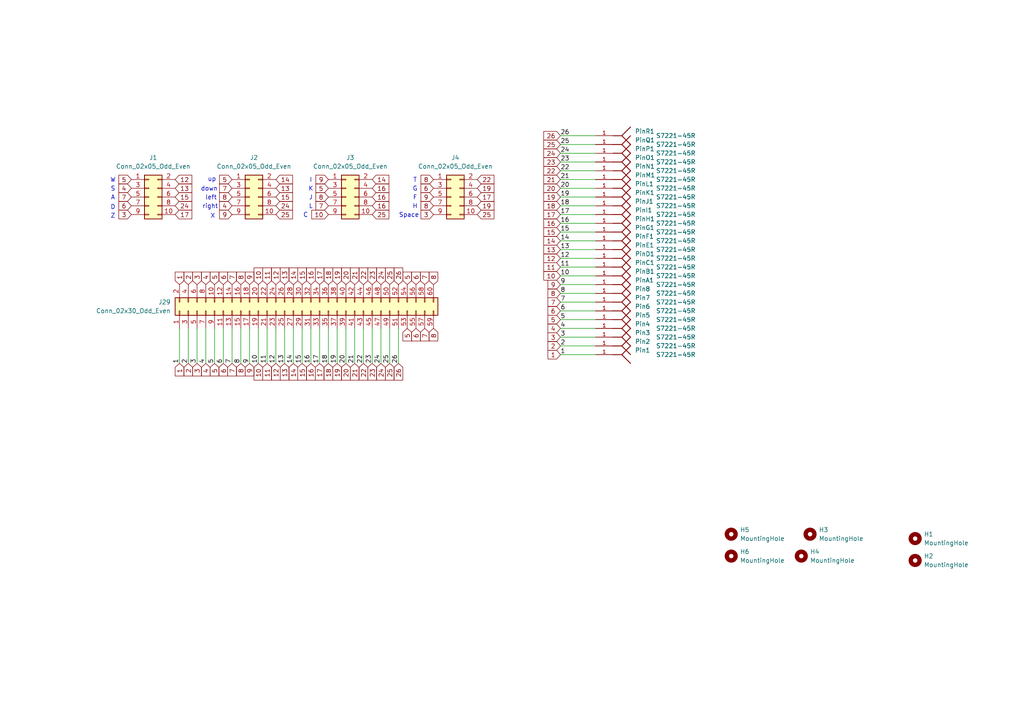
<source format=kicad_sch>
(kicad_sch (version 20231120) (generator "eeschema") (generator_version "8.0")
  (paper "A4")
  (lib_symbols
    (symbol "Connector_Generic:Conn_02x05_Odd_Even" (pin_names (offset 1.016) hide)
      (property "Reference" "J" (at 1.27 7.62 0))
      (property "Value" "Conn_02x05_Odd_Even" (at 1.27 -7.62 0))
      (symbol "Conn_02x05_Odd_Even_1_1"
        (rectangle (start -1.27 -4.953) (end 0 -5.207) (stroke (width 0.1524)))
        (rectangle (start -1.27 -2.413) (end 0 -2.667) (stroke (width 0.1524)))
        (rectangle (start -1.27 0.127) (end 0 -0.127) (stroke (width 0.1524)))
        (rectangle (start -1.27 2.667) (end 0 2.413) (stroke (width 0.1524)))
        (rectangle (start -1.27 5.207) (end 0 4.953) (stroke (width 0.1524)))
        (rectangle (start -1.27 6.35) (end 3.81 -6.35) (stroke (width 0.254)) (fill (type background)))
        (rectangle (start 3.81 -4.953) (end 2.54 -5.207) (stroke (width 0.1524)))
        (rectangle (start 3.81 -2.413) (end 2.54 -2.667) (stroke (width 0.1524)))
        (rectangle (start 3.81 0.127) (end 2.54 -0.127) (stroke (width 0.1524)))
        (rectangle (start 3.81 2.667) (end 2.54 2.413) (stroke (width 0.1524)))
        (rectangle (start 3.81 5.207) (end 2.54 4.953) (stroke (width 0.1524)))
        (pin passive line (at -5.08 5.08 0) (length 3.81) (name "Pin_1") (number "1"))
        (pin passive line (at 7.62 -5.08 180) (length 3.81) (name "Pin_10") (number "10"))
        (pin passive line (at 7.62 5.08 180) (length 3.81) (name "Pin_2") (number "2"))
        (pin passive line (at -5.08 2.54 0) (length 3.81) (name "Pin_3") (number "3"))
        (pin passive line (at 7.62 2.54 180) (length 3.81) (name "Pin_4") (number "4"))
        (pin passive line (at -5.08 0 0) (length 3.81) (name "Pin_5") (number "5"))
        (pin passive line (at 7.62 0 180) (length 3.81) (name "Pin_6") (number "6"))
        (pin passive line (at -5.08 -2.54 0) (length 3.81) (name "Pin_7") (number "7"))
        (pin passive line (at 7.62 -2.54 180) (length 3.81) (name "Pin_8") (number "8"))
        (pin passive line (at -5.08 -5.08 0) (length 3.81) (name "Pin_9") (number "9"))
      )
    )
    (symbol "Connector_Generic:Conn_02x30_Odd_Even" (pin_names (offset 1.016) hide)
      (property "Reference" "J" (at 1.27 38.1 0))
      (property "Value" "Conn_02x30_Odd_Even" (at 1.27 -40.64 0))
      (symbol "Conn_02x30_Odd_Even_1_1"
        (rectangle (start -1.27 -37.973) (end 0 -38.227) (stroke (width 0.1524)))
        (rectangle (start -1.27 -35.433) (end 0 -35.687) (stroke (width 0.1524)))
        (rectangle (start -1.27 -32.893) (end 0 -33.147) (stroke (width 0.1524)))
        (rectangle (start -1.27 -30.353) (end 0 -30.607) (stroke (width 0.1524)))
        (rectangle (start -1.27 -27.813) (end 0 -28.067) (stroke (width 0.1524)))
        (rectangle (start -1.27 -25.273) (end 0 -25.527) (stroke (width 0.1524)))
        (rectangle (start -1.27 -22.733) (end 0 -22.987) (stroke (width 0.1524)))
        (rectangle (start -1.27 -20.193) (end 0 -20.447) (stroke (width 0.1524)))
        (rectangle (start -1.27 -17.653) (end 0 -17.907) (stroke (width 0.1524)))
        (rectangle (start -1.27 -15.113) (end 0 -15.367) (stroke (width 0.1524)))
        (rectangle (start -1.27 -12.573) (end 0 -12.827) (stroke (width 0.1524)))
        (rectangle (start -1.27 -10.033) (end 0 -10.287) (stroke (width 0.1524)))
        (rectangle (start -1.27 -7.493) (end 0 -7.747) (stroke (width 0.1524)))
        (rectangle (start -1.27 -4.953) (end 0 -5.207) (stroke (width 0.1524)))
        (rectangle (start -1.27 -2.413) (end 0 -2.667) (stroke (width 0.1524)))
        (rectangle (start -1.27 0.127) (end 0 -0.127) (stroke (width 0.1524)))
        (rectangle (start -1.27 2.667) (end 0 2.413) (stroke (width 0.1524)))
        (rectangle (start -1.27 5.207) (end 0 4.953) (stroke (width 0.1524)))
        (rectangle (start -1.27 7.747) (end 0 7.493) (stroke (width 0.1524)))
        (rectangle (start -1.27 10.287) (end 0 10.033) (stroke (width 0.1524)))
        (rectangle (start -1.27 12.827) (end 0 12.573) (stroke (width 0.1524)))
        (rectangle (start -1.27 15.367) (end 0 15.113) (stroke (width 0.1524)))
        (rectangle (start -1.27 17.907) (end 0 17.653) (stroke (width 0.1524)))
        (rectangle (start -1.27 20.447) (end 0 20.193) (stroke (width 0.1524)))
        (rectangle (start -1.27 22.987) (end 0 22.733) (stroke (width 0.1524)))
        (rectangle (start -1.27 25.527) (end 0 25.273) (stroke (width 0.1524)))
        (rectangle (start -1.27 28.067) (end 0 27.813) (stroke (width 0.1524)))
        (rectangle (start -1.27 30.607) (end 0 30.353) (stroke (width 0.1524)))
        (rectangle (start -1.27 33.147) (end 0 32.893) (stroke (width 0.1524)))
        (rectangle (start -1.27 35.687) (end 0 35.433) (stroke (width 0.1524)))
        (rectangle (start -1.27 36.83) (end 3.81 -39.37) (stroke (width 0.254)) (fill (type background)))
        (rectangle (start 3.81 -37.973) (end 2.54 -38.227) (stroke (width 0.1524)))
        (rectangle (start 3.81 -35.433) (end 2.54 -35.687) (stroke (width 0.1524)))
        (rectangle (start 3.81 -32.893) (end 2.54 -33.147) (stroke (width 0.1524)))
        (rectangle (start 3.81 -30.353) (end 2.54 -30.607) (stroke (width 0.1524)))
        (rectangle (start 3.81 -27.813) (end 2.54 -28.067) (stroke (width 0.1524)))
        (rectangle (start 3.81 -25.273) (end 2.54 -25.527) (stroke (width 0.1524)))
        (rectangle (start 3.81 -22.733) (end 2.54 -22.987) (stroke (width 0.1524)))
        (rectangle (start 3.81 -20.193) (end 2.54 -20.447) (stroke (width 0.1524)))
        (rectangle (start 3.81 -17.653) (end 2.54 -17.907) (stroke (width 0.1524)))
        (rectangle (start 3.81 -15.113) (end 2.54 -15.367) (stroke (width 0.1524)))
        (rectangle (start 3.81 -12.573) (end 2.54 -12.827) (stroke (width 0.1524)))
        (rectangle (start 3.81 -10.033) (end 2.54 -10.287) (stroke (width 0.1524)))
        (rectangle (start 3.81 -7.493) (end 2.54 -7.747) (stroke (width 0.1524)))
        (rectangle (start 3.81 -4.953) (end 2.54 -5.207) (stroke (width 0.1524)))
        (rectangle (start 3.81 -2.413) (end 2.54 -2.667) (stroke (width 0.1524)))
        (rectangle (start 3.81 0.127) (end 2.54 -0.127) (stroke (width 0.1524)))
        (rectangle (start 3.81 2.667) (end 2.54 2.413) (stroke (width 0.1524)))
        (rectangle (start 3.81 5.207) (end 2.54 4.953) (stroke (width 0.1524)))
        (rectangle (start 3.81 7.747) (end 2.54 7.493) (stroke (width 0.1524)))
        (rectangle (start 3.81 10.287) (end 2.54 10.033) (stroke (width 0.1524)))
        (rectangle (start 3.81 12.827) (end 2.54 12.573) (stroke (width 0.1524)))
        (rectangle (start 3.81 15.367) (end 2.54 15.113) (stroke (width 0.1524)))
        (rectangle (start 3.81 17.907) (end 2.54 17.653) (stroke (width 0.1524)))
        (rectangle (start 3.81 20.447) (end 2.54 20.193) (stroke (width 0.1524)))
        (rectangle (start 3.81 22.987) (end 2.54 22.733) (stroke (width 0.1524)))
        (rectangle (start 3.81 25.527) (end 2.54 25.273) (stroke (width 0.1524)))
        (rectangle (start 3.81 28.067) (end 2.54 27.813) (stroke (width 0.1524)))
        (rectangle (start 3.81 30.607) (end 2.54 30.353) (stroke (width 0.1524)))
        (rectangle (start 3.81 33.147) (end 2.54 32.893) (stroke (width 0.1524)))
        (rectangle (start 3.81 35.687) (end 2.54 35.433) (stroke (width 0.1524)))
        (pin passive line (at -5.08 35.56 0) (length 3.81) (name "Pin_1") (number "1"))
        (pin passive line (at 7.62 25.4 180) (length 3.81) (name "Pin_10") (number "10"))
        (pin passive line (at -5.08 22.86 0) (length 3.81) (name "Pin_11") (number "11"))
        (pin passive line (at 7.62 22.86 180) (length 3.81) (name "Pin_12") (number "12"))
        (pin passive line (at -5.08 20.32 0) (length 3.81) (name "Pin_13") (number "13"))
        (pin passive line (at 7.62 20.32 180) (length 3.81) (name "Pin_14") (number "14"))
        (pin passive line (at -5.08 17.78 0) (length 3.81) (name "Pin_15") (number "15"))
        (pin passive line (at 7.62 17.78 180) (length 3.81) (name "Pin_16") (number "16"))
        (pin passive line (at -5.08 15.24 0) (length 3.81) (name "Pin_17") (number "17"))
        (pin passive line (at 7.62 15.24 180) (length 3.81) (name "Pin_18") (number "18"))
        (pin passive line (at -5.08 12.7 0) (length 3.81) (name "Pin_19") (number "19"))
        (pin passive line (at 7.62 35.56 180) (length 3.81) (name "Pin_2") (number "2"))
        (pin passive line (at 7.62 12.7 180) (length 3.81) (name "Pin_20") (number "20"))
        (pin passive line (at -5.08 10.16 0) (length 3.81) (name "Pin_21") (number "21"))
        (pin passive line (at 7.62 10.16 180) (length 3.81) (name "Pin_22") (number "22"))
        (pin passive line (at -5.08 7.62 0) (length 3.81) (name "Pin_23") (number "23"))
        (pin passive line (at 7.62 7.62 180) (length 3.81) (name "Pin_24") (number "24"))
        (pin passive line (at -5.08 5.08 0) (length 3.81) (name "Pin_25") (number "25"))
        (pin passive line (at 7.62 5.08 180) (length 3.81) (name "Pin_26") (number "26"))
        (pin passive line (at -5.08 2.54 0) (length 3.81) (name "Pin_27") (number "27"))
        (pin passive line (at 7.62 2.54 180) (length 3.81) (name "Pin_28") (number "28"))
        (pin passive line (at -5.08 0 0) (length 3.81) (name "Pin_29") (number "29"))
        (pin passive line (at -5.08 33.02 0) (length 3.81) (name "Pin_3") (number "3"))
        (pin passive line (at 7.62 0 180) (length 3.81) (name "Pin_30") (number "30"))
        (pin passive line (at -5.08 -2.54 0) (length 3.81) (name "Pin_31") (number "31"))
        (pin passive line (at 7.62 -2.54 180) (length 3.81) (name "Pin_32") (number "32"))
        (pin passive line (at -5.08 -5.08 0) (length 3.81) (name "Pin_33") (number "33"))
        (pin passive line (at 7.62 -5.08 180) (length 3.81) (name "Pin_34") (number "34"))
        (pin passive line (at -5.08 -7.62 0) (length 3.81) (name "Pin_35") (number "35"))
        (pin passive line (at 7.62 -7.62 180) (length 3.81) (name "Pin_36") (number "36"))
        (pin passive line (at -5.08 -10.16 0) (length 3.81) (name "Pin_37") (number "37"))
        (pin passive line (at 7.62 -10.16 180) (length 3.81) (name "Pin_38") (number "38"))
        (pin passive line (at -5.08 -12.7 0) (length 3.81) (name "Pin_39") (number "39"))
        (pin passive line (at 7.62 33.02 180) (length 3.81) (name "Pin_4") (number "4"))
        (pin passive line (at 7.62 -12.7 180) (length 3.81) (name "Pin_40") (number "40"))
        (pin passive line (at -5.08 -15.24 0) (length 3.81) (name "Pin_41") (number "41"))
        (pin passive line (at 7.62 -15.24 180) (length 3.81) (name "Pin_42") (number "42"))
        (pin passive line (at -5.08 -17.78 0) (length 3.81) (name "Pin_43") (number "43"))
        (pin passive line (at 7.62 -17.78 180) (length 3.81) (name "Pin_44") (number "44"))
        (pin passive line (at -5.08 -20.32 0) (length 3.81) (name "Pin_45") (number "45"))
        (pin passive line (at 7.62 -20.32 180) (length 3.81) (name "Pin_46") (number "46"))
        (pin passive line (at -5.08 -22.86 0) (length 3.81) (name "Pin_47") (number "47"))
        (pin passive line (at 7.62 -22.86 180) (length 3.81) (name "Pin_48") (number "48"))
        (pin passive line (at -5.08 -25.4 0) (length 3.81) (name "Pin_49") (number "49"))
        (pin passive line (at -5.08 30.48 0) (length 3.81) (name "Pin_5") (number "5"))
        (pin passive line (at 7.62 -25.4 180) (length 3.81) (name "Pin_50") (number "50"))
        (pin passive line (at -5.08 -27.94 0) (length 3.81) (name "Pin_51") (number "51"))
        (pin passive line (at 7.62 -27.94 180) (length 3.81) (name "Pin_52") (number "52"))
        (pin passive line (at -5.08 -30.48 0) (length 3.81) (name "Pin_53") (number "53"))
        (pin passive line (at 7.62 -30.48 180) (length 3.81) (name "Pin_54") (number "54"))
        (pin passive line (at -5.08 -33.02 0) (length 3.81) (name "Pin_55") (number "55"))
        (pin passive line (at 7.62 -33.02 180) (length 3.81) (name "Pin_56") (number "56"))
        (pin passive line (at -5.08 -35.56 0) (length 3.81) (name "Pin_57") (number "57"))
        (pin passive line (at 7.62 -35.56 180) (length 3.81) (name "Pin_58") (number "58"))
        (pin passive line (at -5.08 -38.1 0) (length 3.81) (name "Pin_59") (number "59"))
        (pin passive line (at 7.62 30.48 180) (length 3.81) (name "Pin_6") (number "6"))
        (pin passive line (at 7.62 -38.1 180) (length 3.81) (name "Pin_60") (number "60"))
        (pin passive line (at -5.08 27.94 0) (length 3.81) (name "Pin_7") (number "7"))
        (pin passive line (at 7.62 27.94 180) (length 3.81) (name "Pin_8") (number "8"))
        (pin passive line (at -5.08 25.4 0) (length 3.81) (name "Pin_9") (number "9"))
      )
    )
    (symbol "Mechanical:MountingHole" (pin_names (offset 1.016)) (exclude_from_sim yes) (in_bom no)
      (property "Reference" "H" (at 0 5.08 0))
      (property "Value" "MountingHole" (at 0 3.175 0))
      (symbol "MountingHole_0_1"
        (circle (center 0 0) (radius 1.27) (stroke (width 1.27)))
      )
    )
    (symbol "S7221-45R:S7221-45R" (pin_names (offset 1.016))
      (property "Reference" "J" (at 0 2.5449 0))
      (property "Value" "S7221-45R" (at 0 -5.107 0))
      (symbol "S7221-45R_0_0"
        (polyline (pts (xy 0 0) (xy -2.54 -2.54)) (stroke (width 0.254)))
        (polyline (pts (xy 0 0) (xy -2.54 2.54)) (stroke (width 0.254)))
        (polyline (pts (xy 2.54 0) (xy 0 0)) (stroke (width 0.254)))
        (pin passive line (at 7.62 0 180) (length 5.08) (name "~") (number "1"))
      )
    )
  )
  (wire (pts (xy 162.56 59.69) (xy 172.72 59.69)))
  (wire (pts (xy 162.56 52.07) (xy 172.72 52.07)))
  (wire (pts (xy 107.95 105.41) (xy 107.95 95.25)))
  (wire (pts (xy 162.56 72.39) (xy 172.72 72.39)))
  (wire (pts (xy 57.15 105.41) (xy 57.15 95.25)))
  (wire (pts (xy 162.56 87.63) (xy 172.72 87.63)))
  (wire (pts (xy 54.61 105.41) (xy 54.61 95.25)))
  (wire (pts (xy 100.33 105.41) (xy 100.33 95.25)))
  (wire (pts (xy 67.31 105.41) (xy 67.31 95.25)))
  (wire (pts (xy 62.23 105.41) (xy 62.23 95.25)))
  (wire (pts (xy 162.56 69.85) (xy 172.72 69.85)))
  (wire (pts (xy 162.56 49.53) (xy 172.72 49.53)))
  (wire (pts (xy 113.03 105.41) (xy 113.03 95.25)))
  (wire (pts (xy 162.56 97.79) (xy 172.72 97.79)))
  (wire (pts (xy 162.56 46.99) (xy 172.72 46.99)))
  (wire (pts (xy 162.56 54.61) (xy 172.72 54.61)))
  (wire (pts (xy 105.41 105.41) (xy 105.41 95.25)))
  (wire (pts (xy 115.57 105.41) (xy 115.57 95.25)))
  (wire (pts (xy 52.07 105.41) (xy 52.07 95.25)))
  (wire (pts (xy 162.56 92.71) (xy 172.72 92.71)))
  (wire (pts (xy 162.56 95.25) (xy 172.72 95.25)))
  (wire (pts (xy 95.25 105.41) (xy 95.25 95.25)))
  (wire (pts (xy 87.63 105.41) (xy 87.63 95.25)))
  (wire (pts (xy 162.56 102.87) (xy 172.72 102.87)))
  (wire (pts (xy 162.56 57.15) (xy 172.72 57.15)))
  (wire (pts (xy 162.56 100.33) (xy 172.72 100.33)))
  (wire (pts (xy 162.56 74.93) (xy 172.72 74.93)))
  (wire (pts (xy 72.39 105.41) (xy 72.39 95.25)))
  (wire (pts (xy 162.56 44.45) (xy 172.72 44.45)))
  (wire (pts (xy 162.56 67.31) (xy 172.72 67.31)))
  (wire (pts (xy 102.87 105.41) (xy 102.87 95.25)))
  (wire (pts (xy 92.71 105.41) (xy 92.71 95.25)))
  (wire (pts (xy 80.01 105.41) (xy 80.01 95.25)))
  (wire (pts (xy 162.56 85.09) (xy 172.72 85.09)))
  (wire (pts (xy 64.77 105.41) (xy 64.77 95.25)))
  (wire (pts (xy 97.79 105.41) (xy 97.79 95.25)))
  (wire (pts (xy 110.49 105.41) (xy 110.49 95.25)))
  (wire (pts (xy 162.56 77.47) (xy 172.72 77.47)))
  (wire (pts (xy 59.69 105.41) (xy 59.69 95.25)))
  (wire (pts (xy 162.56 90.17) (xy 172.72 90.17)))
  (wire (pts (xy 162.56 41.91) (xy 172.72 41.91)))
  (wire (pts (xy 90.17 105.41) (xy 90.17 95.25)))
  (wire (pts (xy 77.47 105.41) (xy 77.47 95.25)))
  (wire (pts (xy 85.09 105.41) (xy 85.09 95.25)))
  (wire (pts (xy 162.56 82.55) (xy 172.72 82.55)))
  (wire (pts (xy 162.56 62.23) (xy 172.72 62.23)))
  (wire (pts (xy 162.56 80.01) (xy 172.72 80.01)))
  (wire (pts (xy 162.56 64.77) (xy 172.72 64.77)))
  (wire (pts (xy 162.56 39.37) (xy 172.72 39.37)))
  (wire (pts (xy 69.85 105.41) (xy 69.85 95.25)))
  (wire (pts (xy 82.55 105.41) (xy 82.55 95.25)))
  (wire (pts (xy 74.93 105.41) (xy 74.93 95.25)))
  (text "C" (at 88.646 62.484 0) (effects (font (size 1.27 1.27))))
  (text "right" (at 60.96 59.944 0) (effects (font (size 1.27 1.27))))
  (text "Z" (at 32.766 62.738 0) (effects (font (size 1.27 1.27))))
  (text "D" (at 32.766 60.198 0) (effects (font (size 1.27 1.27))))
  (text "T" (at 120.396 52.324 0) (effects (font (size 1.27 1.27))))
  (text "W" (at 32.766 52.324 0) (effects (font (size 1.27 1.27))))
  (text "G" (at 120.396 54.864 0) (effects (font (size 1.27 1.27))))
  (text "L" (at 90.17 59.944 0) (effects (font (size 1.27 1.27))))
  (text "A" (at 32.766 57.404 0) (effects (font (size 1.27 1.27))))
  (text "F" (at 120.396 57.404 0) (effects (font (size 1.27 1.27))))
  (text "down" (at 60.706 54.864 0) (effects (font (size 1.27 1.27))))
  (text "J" (at 90.17 57.404 0) (effects (font (size 1.27 1.27))))
  (text "X" (at 61.722 62.738 0) (effects (font (size 1.27 1.27))))
  (text "up" (at 61.468 52.07 0) (effects (font (size 1.27 1.27))))
  (text "left" (at 61.214 57.404 0) (effects (font (size 1.27 1.27))))
  (text "I" (at 90.17 52.324 0) (effects (font (size 1.27 1.27))))
  (text "Space" (at 118.618 62.484 0) (effects (font (size 1.27 1.27))))
  (text "S" (at 32.766 54.864 0) (effects (font (size 1.27 1.27))))
  (text "H" (at 120.396 59.944 0) (effects (font (size 1.27 1.27))))
  (text "K" (at 90.17 54.864 0) (effects (font (size 1.27 1.27))))
  (label "19" (at 162.56 57.15 0))
  (label "18" (at 95.25 105.41 90))
  (label "20" (at 162.56 54.61 0))
  (label "23" (at 107.95 105.41 90))
  (label "13" (at 162.56 72.39 0))
  (label "19" (at 97.79 105.41 90))
  (label "2" (at 54.61 105.41 90))
  (label "3" (at 57.15 105.41 90))
  (label "22" (at 162.56 49.53 0))
  (label "9" (at 72.39 105.41 90))
  (label "4" (at 162.56 95.25 0))
  (label "16" (at 162.56 64.77 0))
  (label "24" (at 110.49 105.41 90))
  (label "7" (at 67.31 105.41 90))
  (label "4" (at 59.69 105.41 90))
  (label "11" (at 162.56 77.47 0))
  (label "14" (at 162.56 69.85 0))
  (label "6" (at 64.77 105.41 90))
  (label "12" (at 162.56 74.93 0))
  (label "6" (at 162.56 90.17 0))
  (label "8" (at 162.56 85.09 0))
  (label "1" (at 162.56 102.87 0))
  (label "12" (at 80.01 105.41 90))
  (label "20" (at 100.33 105.41 90))
  (label "14" (at 85.09 105.41 90))
  (label "1" (at 52.07 105.41 90))
  (label "26" (at 115.57 105.41 90))
  (label "24" (at 162.56 44.45 0))
  (label "8" (at 69.85 105.41 90))
  (label "23" (at 162.56 46.99 0))
  (label "26" (at 162.56 39.37 0))
  (label "17" (at 92.71 105.41 90))
  (label "17" (at 162.56 62.23 0))
  (label "21" (at 102.87 105.41 90))
  (label "5" (at 62.23 105.41 90))
  (label "13" (at 82.55 105.41 90))
  (label "10" (at 74.93 105.41 90))
  (label "16" (at 90.17 105.41 90))
  (label "3" (at 162.56 97.79 0))
  (label "25" (at 162.56 41.91 0))
  (label "7" (at 162.56 87.63 0))
  (label "10" (at 162.56 80.01 0))
  (label "21" (at 162.56 52.07 0))
  (label "11" (at 77.47 105.41 90))
  (label "15" (at 87.63 105.41 90))
  (label "9" (at 162.56 82.55 0))
  (label "5" (at 162.56 92.71 0))
  (label "2" (at 162.56 100.33 0))
  (label "15" (at 162.56 67.31 0))
  (label "25" (at 113.03 105.41 90))
  (label "18" (at 162.56 59.69 0))
  (label "22" (at 105.41 105.41 90))
  (global_label "22" (shape input) (at 105.41 82.55 90) (property "Intersheetrefs" "${INTERSHEET_REFS}" (effects (hide yes))))
  (global_label "10" (shape input) (at 74.93 105.41 270) (property "Intersheetrefs" "${INTERSHEET_REFS}" (effects (hide yes))))
  (global_label "19" (shape input) (at 138.43 59.69 0) (property "Intersheetrefs" "${INTERSHEET_REFS}" (effects (hide yes))))
  (global_label "12" (shape input) (at 80.01 105.41 270) (property "Intersheetrefs" "${INTERSHEET_REFS}" (effects (hide yes))))
  (global_label "23" (shape input) (at 162.56 46.99 180) (property "Intersheetrefs" "${INTERSHEET_REFS}" (effects (hide yes))))
  (global_label "1" (shape input) (at 52.07 82.55 90) (property "Intersheetrefs" "${INTERSHEET_REFS}" (effects (hide yes))))
  (global_label "20" (shape input) (at 100.33 82.55 90) (property "Intersheetrefs" "${INTERSHEET_REFS}" (effects (hide yes))))
  (global_label "24" (shape input) (at 80.01 59.69 0) (property "Intersheetrefs" "${INTERSHEET_REFS}" (effects (hide yes))))
  (global_label "8" (shape input) (at 69.85 105.41 270) (property "Intersheetrefs" "${INTERSHEET_REFS}" (effects (hide yes))))
  (global_label "6" (shape input) (at 120.65 82.55 90) (property "Intersheetrefs" "${INTERSHEET_REFS}" (effects (hide yes))))
  (global_label "16" (shape input) (at 107.95 59.69 0) (property "Intersheetrefs" "${INTERSHEET_REFS}" (effects (hide yes))))
  (global_label "9" (shape input) (at 125.73 57.15 180) (property "Intersheetrefs" "${INTERSHEET_REFS}" (effects (hide yes))))
  (global_label "15" (shape input) (at 80.01 57.15 0) (property "Intersheetrefs" "${INTERSHEET_REFS}" (effects (hide yes))))
  (global_label "17" (shape input) (at 162.56 62.23 180) (property "Intersheetrefs" "${INTERSHEET_REFS}" (effects (hide yes))))
  (global_label "3" (shape input) (at 125.73 62.23 180) (property "Intersheetrefs" "${INTERSHEET_REFS}" (effects (hide yes))))
  (global_label "5" (shape input) (at 95.25 54.61 180) (property "Intersheetrefs" "${INTERSHEET_REFS}" (effects (hide yes))))
  (global_label "18" (shape input) (at 162.56 59.69 180) (property "Intersheetrefs" "${INTERSHEET_REFS}" (effects (hide yes))))
  (global_label "24" (shape input) (at 162.56 44.45 180) (property "Intersheetrefs" "${INTERSHEET_REFS}" (effects (hide yes))))
  (global_label "5" (shape input) (at 38.1 52.07 180) (property "Intersheetrefs" "${INTERSHEET_REFS}" (effects (hide yes))))
  (global_label "8" (shape input) (at 125.73 52.07 180) (property "Intersheetrefs" "${INTERSHEET_REFS}" (effects (hide yes))))
  (global_label "19" (shape input) (at 138.43 54.61 0) (property "Intersheetrefs" "${INTERSHEET_REFS}" (effects (hide yes))))
  (global_label "14" (shape input) (at 85.09 105.41 270) (property "Intersheetrefs" "${INTERSHEET_REFS}" (effects (hide yes))))
  (global_label "5" (shape input) (at 67.31 52.07 180) (property "Intersheetrefs" "${INTERSHEET_REFS}" (effects (hide yes))))
  (global_label "8" (shape input) (at 125.73 82.55 90) (property "Intersheetrefs" "${INTERSHEET_REFS}" (effects (hide yes))))
  (global_label "21" (shape input) (at 102.87 82.55 90) (property "Intersheetrefs" "${INTERSHEET_REFS}" (effects (hide yes))))
  (global_label "8" (shape input) (at 125.73 95.25 270) (property "Intersheetrefs" "${INTERSHEET_REFS}" (effects (hide yes))))
  (global_label "14" (shape input) (at 107.95 52.07 0) (property "Intersheetrefs" "${INTERSHEET_REFS}" (effects (hide yes))))
  (global_label "5" (shape input) (at 162.56 92.71 180) (property "Intersheetrefs" "${INTERSHEET_REFS}" (effects (hide yes))))
  (global_label "20" (shape input) (at 100.33 105.41 270) (property "Intersheetrefs" "${INTERSHEET_REFS}" (effects (hide yes))))
  (global_label "3" (shape input) (at 57.15 105.41 270) (property "Intersheetrefs" "${INTERSHEET_REFS}" (effects (hide yes))))
  (global_label "18" (shape input) (at 95.25 82.55 90) (property "Intersheetrefs" "${INTERSHEET_REFS}" (effects (hide yes))))
  (global_label "16" (shape input) (at 162.56 64.77 180) (property "Intersheetrefs" "${INTERSHEET_REFS}" (effects (hide yes))))
  (global_label "17" (shape input) (at 138.43 57.15 0) (property "Intersheetrefs" "${INTERSHEET_REFS}" (effects (hide yes))))
  (global_label "25" (shape input) (at 113.03 82.55 90) (property "Intersheetrefs" "${INTERSHEET_REFS}" (effects (hide yes))))
  (global_label "10" (shape input) (at 74.93 82.55 90) (property "Intersheetrefs" "${INTERSHEET_REFS}" (effects (hide yes))))
  (global_label "24" (shape input) (at 110.49 105.41 270) (property "Intersheetrefs" "${INTERSHEET_REFS}" (effects (hide yes))))
  (global_label "3" (shape input) (at 57.15 82.55 90) (property "Intersheetrefs" "${INTERSHEET_REFS}" (effects (hide yes))))
  (global_label "7" (shape input) (at 67.31 105.41 270) (property "Intersheetrefs" "${INTERSHEET_REFS}" (effects (hide yes))))
  (global_label "15" (shape input) (at 50.8 57.15 0) (property "Intersheetrefs" "${INTERSHEET_REFS}" (effects (hide yes))))
  (global_label "23" (shape input) (at 107.95 105.41 270) (property "Intersheetrefs" "${INTERSHEET_REFS}" (effects (hide yes))))
  (global_label "13" (shape input) (at 80.01 54.61 0) (property "Intersheetrefs" "${INTERSHEET_REFS}" (effects (hide yes))))
  (global_label "15" (shape input) (at 87.63 105.41 270) (property "Intersheetrefs" "${INTERSHEET_REFS}" (effects (hide yes))))
  (global_label "4" (shape input) (at 67.31 59.69 180) (property "Intersheetrefs" "${INTERSHEET_REFS}" (effects (hide yes))))
  (global_label "13" (shape input) (at 82.55 82.55 90) (property "Intersheetrefs" "${INTERSHEET_REFS}" (effects (hide yes))))
  (global_label "6" (shape input) (at 125.73 54.61 180) (property "Intersheetrefs" "${INTERSHEET_REFS}" (effects (hide yes))))
  (global_label "7" (shape input) (at 123.19 95.25 270) (property "Intersheetrefs" "${INTERSHEET_REFS}" (effects (hide yes))))
  (global_label "5" (shape input) (at 118.11 82.55 90) (property "Intersheetrefs" "${INTERSHEET_REFS}" (effects (hide yes))))
  (global_label "2" (shape input) (at 54.61 105.41 270) (property "Intersheetrefs" "${INTERSHEET_REFS}" (effects (hide yes))))
  (global_label "9" (shape input) (at 72.39 105.41 270) (property "Intersheetrefs" "${INTERSHEET_REFS}" (effects (hide yes))))
  (global_label "8" (shape input) (at 69.85 82.55 90) (property "Intersheetrefs" "${INTERSHEET_REFS}" (effects (hide yes))))
  (global_label "26" (shape input) (at 115.57 82.55 90) (property "Intersheetrefs" "${INTERSHEET_REFS}" (effects (hide yes))))
  (global_label "21" (shape input) (at 102.87 105.41 270) (property "Intersheetrefs" "${INTERSHEET_REFS}" (effects (hide yes))))
  (global_label "14" (shape input) (at 85.09 82.55 90) (property "Intersheetrefs" "${INTERSHEET_REFS}" (effects (hide yes))))
  (global_label "19" (shape input) (at 97.79 105.41 270) (property "Intersheetrefs" "${INTERSHEET_REFS}" (effects (hide yes))))
  (global_label "7" (shape input) (at 123.19 82.55 90) (property "Intersheetrefs" "${INTERSHEET_REFS}" (effects (hide yes))))
  (global_label "14" (shape input) (at 80.01 52.07 0) (property "Intersheetrefs" "${INTERSHEET_REFS}" (effects (hide yes))))
  (global_label "8" (shape input) (at 67.31 57.15 180) (property "Intersheetrefs" "${INTERSHEET_REFS}" (effects (hide yes))))
  (global_label "8" (shape input) (at 162.56 85.09 180) (property "Intersheetrefs" "${INTERSHEET_REFS}" (effects (hide yes))))
  (global_label "6" (shape input) (at 38.1 59.69 180) (property "Intersheetrefs" "${INTERSHEET_REFS}" (effects (hide yes))))
  (global_label "4" (shape input) (at 59.69 82.55 90) (property "Intersheetrefs" "${INTERSHEET_REFS}" (effects (hide yes))))
  (global_label "19" (shape input) (at 162.56 57.15 180) (property "Intersheetrefs" "${INTERSHEET_REFS}" (effects (hide yes))))
  (global_label "14" (shape input) (at 162.56 69.85 180) (property "Intersheetrefs" "${INTERSHEET_REFS}" (effects (hide yes))))
  (global_label "22" (shape input) (at 162.56 49.53 180) (property "Intersheetrefs" "${INTERSHEET_REFS}" (effects (hide yes))))
  (global_label "22" (shape input) (at 105.41 105.41 270) (property "Intersheetrefs" "${INTERSHEET_REFS}" (effects (hide yes))))
  (global_label "21" (shape input) (at 162.56 52.07 180) (property "Intersheetrefs" "${INTERSHEET_REFS}" (effects (hide yes))))
  (global_label "25" (shape input) (at 138.43 62.23 0) (property "Intersheetrefs" "${INTERSHEET_REFS}" (effects (hide yes))))
  (global_label "13" (shape input) (at 162.56 72.39 180) (property "Intersheetrefs" "${INTERSHEET_REFS}" (effects (hide yes))))
  (global_label "13" (shape input) (at 82.55 105.41 270) (property "Intersheetrefs" "${INTERSHEET_REFS}" (effects (hide yes))))
  (global_label "12" (shape input) (at 50.8 52.07 0) (property "Intersheetrefs" "${INTERSHEET_REFS}" (effects (hide yes))))
  (global_label "11" (shape input) (at 77.47 82.55 90) (property "Intersheetrefs" "${INTERSHEET_REFS}" (effects (hide yes))))
  (global_label "7" (shape input) (at 95.25 59.69 180) (property "Intersheetrefs" "${INTERSHEET_REFS}" (effects (hide yes))))
  (global_label "7" (shape input) (at 162.56 87.63 180) (property "Intersheetrefs" "${INTERSHEET_REFS}" (effects (hide yes))))
  (global_label "4" (shape input) (at 59.69 105.41 270) (property "Intersheetrefs" "${INTERSHEET_REFS}" (effects (hide yes))))
  (global_label "7" (shape input) (at 67.31 82.55 90) (property "Intersheetrefs" "${INTERSHEET_REFS}" (effects (hide yes))))
  (global_label "17" (shape input) (at 50.8 62.23 0) (property "Intersheetrefs" "${INTERSHEET_REFS}" (effects (hide yes))))
  (global_label "5" (shape input) (at 118.11 95.25 270) (property "Intersheetrefs" "${INTERSHEET_REFS}" (effects (hide yes))))
  (global_label "16" (shape input) (at 90.17 82.55 90) (property "Intersheetrefs" "${INTERSHEET_REFS}" (effects (hide yes))))
  (global_label "5" (shape input) (at 62.23 82.55 90) (property "Intersheetrefs" "${INTERSHEET_REFS}" (effects (hide yes))))
  (global_label "9" (shape input) (at 162.56 82.55 180) (property "Intersheetrefs" "${INTERSHEET_REFS}" (effects (hide yes))))
  (global_label "25" (shape input) (at 80.01 62.23 0) (property "Intersheetrefs" "${INTERSHEET_REFS}" (effects (hide yes))))
  (global_label "13" (shape input) (at 50.8 54.61 0) (property "Intersheetrefs" "${INTERSHEET_REFS}" (effects (hide yes))))
  (global_label "9" (shape input) (at 95.25 52.07 180) (property "Intersheetrefs" "${INTERSHEET_REFS}" (effects (hide yes))))
  (global_label "2" (shape input) (at 162.56 100.33 180) (property "Intersheetrefs" "${INTERSHEET_REFS}" (effects (hide yes))))
  (global_label "7" (shape input) (at 38.1 57.15 180) (property "Intersheetrefs" "${INTERSHEET_REFS}" (effects (hide yes))))
  (global_label "19" (shape input) (at 97.79 82.55 90) (property "Intersheetrefs" "${INTERSHEET_REFS}" (effects (hide yes))))
  (global_label "15" (shape input) (at 162.56 67.31 180) (property "Intersheetrefs" "${INTERSHEET_REFS}" (effects (hide yes))))
  (global_label "16" (shape input) (at 90.17 105.41 270) (property "Intersheetrefs" "${INTERSHEET_REFS}" (effects (hide yes))))
  (global_label "10" (shape input) (at 95.25 62.23 180) (property "Intersheetrefs" "${INTERSHEET_REFS}" (effects (hide yes))))
  (global_label "8" (shape input) (at 125.73 59.69 180) (property "Intersheetrefs" "${INTERSHEET_REFS}" (effects (hide yes))))
  (global_label "25" (shape input) (at 113.03 105.41 270) (property "Intersheetrefs" "${INTERSHEET_REFS}" (effects (hide yes))))
  (global_label "6" (shape input) (at 120.65 95.25 270) (property "Intersheetrefs" "${INTERSHEET_REFS}" (effects (hide yes))))
  (global_label "4" (shape input) (at 162.56 95.25 180) (property "Intersheetrefs" "${INTERSHEET_REFS}" (effects (hide yes))))
  (global_label "1" (shape input) (at 162.56 102.87 180) (property "Intersheetrefs" "${INTERSHEET_REFS}" (effects (hide yes))))
  (global_label "17" (shape input) (at 92.71 105.41 270) (property "Intersheetrefs" "${INTERSHEET_REFS}" (effects (hide yes))))
  (global_label "20" (shape input) (at 162.56 54.61 180) (property "Intersheetrefs" "${INTERSHEET_REFS}" (effects (hide yes))))
  (global_label "12" (shape input) (at 80.01 82.55 90) (property "Intersheetrefs" "${INTERSHEET_REFS}" (effects (hide yes))))
  (global_label "18" (shape input) (at 95.25 105.41 270) (property "Intersheetrefs" "${INTERSHEET_REFS}" (effects (hide yes))))
  (global_label "24" (shape input) (at 110.49 82.55 90) (property "Intersheetrefs" "${INTERSHEET_REFS}" (effects (hide yes))))
  (global_label "15" (shape input) (at 87.63 82.55 90) (property "Intersheetrefs" "${INTERSHEET_REFS}" (effects (hide yes))))
  (global_label "7" (shape input) (at 67.31 54.61 180) (property "Intersheetrefs" "${INTERSHEET_REFS}" (effects (hide yes))))
  (global_label "1" (shape input) (at 52.07 105.41 270) (property "Intersheetrefs" "${INTERSHEET_REFS}" (effects (hide yes))))
  (global_label "23" (shape input) (at 107.95 82.55 90) (property "Intersheetrefs" "${INTERSHEET_REFS}" (effects (hide yes))))
  (global_label "2" (shape input) (at 54.61 82.55 90) (property "Intersheetrefs" "${INTERSHEET_REFS}" (effects (hide yes))))
  (global_label "6" (shape input) (at 162.56 90.17 180) (property "Intersheetrefs" "${INTERSHEET_REFS}" (effects (hide yes))))
  (global_label "22" (shape input) (at 138.43 52.07 0) (property "Intersheetrefs" "${INTERSHEET_REFS}" (effects (hide yes))))
  (global_label "17" (shape input) (at 92.71 82.55 90) (property "Intersheetrefs" "${INTERSHEET_REFS}" (effects (hide yes))))
  (global_label "3" (shape input) (at 162.56 97.79 180) (property "Intersheetrefs" "${INTERSHEET_REFS}" (effects (hide yes))))
  (global_label "25" (shape input) (at 107.95 62.23 0) (property "Intersheetrefs" "${INTERSHEET_REFS}" (effects (hide yes))))
  (global_label "16" (shape input) (at 107.95 57.15 0) (property "Intersheetrefs" "${INTERSHEET_REFS}" (effects (hide yes))))
  (global_label "6" (shape input) (at 64.77 82.55 90) (property "Intersheetrefs" "${INTERSHEET_REFS}" (effects (hide yes))))
  (global_label "25" (shape input) (at 162.56 41.91 180) (property "Intersheetrefs" "${INTERSHEET_REFS}" (effects (hide yes))))
  (global_label "24" (shape input) (at 50.8 59.69 0) (property "Intersheetrefs" "${INTERSHEET_REFS}" (effects (hide yes))))
  (global_label "12" (shape input) (at 162.56 74.93 180) (property "Intersheetrefs" "${INTERSHEET_REFS}" (effects (hide yes))))
  (global_label "9" (shape input) (at 67.31 62.23 180) (property "Intersheetrefs" "${INTERSHEET_REFS}" (effects (hide yes))))
  (global_label "6" (shape input) (at 64.77 105.41 270) (property "Intersheetrefs" "${INTERSHEET_REFS}" (effects (hide yes))))
  (global_label "9" (shape input) (at 72.39 82.55 90) (property "Intersheetrefs" "${INTERSHEET_REFS}" (effects (hide yes))))
  (global_label "5" (shape input) (at 62.23 105.41 270) (property "Intersheetrefs" "${INTERSHEET_REFS}" (effects (hide yes))))
  (global_label "11" (shape input) (at 162.56 77.47 180) (property "Intersheetrefs" "${INTERSHEET_REFS}" (effects (hide yes))))
  (global_label "26" (shape input) (at 162.56 39.37 180) (property "Intersheetrefs" "${INTERSHEET_REFS}" (effects (hide yes))))
  (global_label "4" (shape input) (at 38.1 54.61 180) (property "Intersheetrefs" "${INTERSHEET_REFS}" (effects (hide yes))))
  (global_label "10" (shape input) (at 162.56 80.01 180) (property "Intersheetrefs" "${INTERSHEET_REFS}" (effects (hide yes))))
  (global_label "16" (shape input) (at 107.95 54.61 0) (property "Intersheetrefs" "${INTERSHEET_REFS}" (effects (hide yes))))
  (global_label "11" (shape input) (at 77.47 105.41 270) (property "Intersheetrefs" "${INTERSHEET_REFS}" (effects (hide yes))))
  (global_label "26" (shape input) (at 115.57 105.41 270) (property "Intersheetrefs" "${INTERSHEET_REFS}" (effects (hide yes))))
  (global_label "3" (shape input) (at 38.1 62.23 180) (property "Intersheetrefs" "${INTERSHEET_REFS}" (effects (hide yes))))
  (global_label "8" (shape input) (at 95.25 57.15 180) (property "Intersheetrefs" "${INTERSHEET_REFS}" (effects (hide yes))))
  (symbol (lib_id "S7221-45R:S7221-45R") (at 180.34 72.39 180) (unit 1)
    (property "Reference" "PinE1" (at 184.15 71.1199 0) (effects (justify right)))
    (property "Value" "S7221-45R" (at 190.246 72.39 0) (effects (justify right)))
    (property "Footprint" "MatchBoxLibrary:Ma" (effects (hide yes)))
    (property "MF" "Harwin" (effects (hide yes)))
    (property "Description_1" "RFI SHIELD FINGER AU 1.23MM SMD" (effects (hide yes)))
    (property "Package" "None" (effects (hide yes)))
    (property "Price" "0.22 USD" (effects (hide yes)))
    (property "MP" "S7221-45R" (effects (hide yes)))
    (property "Availability" "Good" (effects (hide yes)))
  )
  (symbol (lib_id "S7221-45R:S7221-45R") (at 180.34 57.15 180) (unit 1)
    (property "Reference" "PinK1" (at 184.15 55.8799 0) (effects (justify right)))
    (property "Value" "S7221-45R" (at 190.246 57.15 0) (effects (justify right)))
    (property "Footprint" "MatchBoxLibrary:Ma" (effects (hide yes)))
    (property "MF" "Harwin" (effects (hide yes)))
    (property "Description_1" "RFI SHIELD FINGER AU 1.23MM SMD" (effects (hide yes)))
    (property "Package" "None" (effects (hide yes)))
    (property "Price" "0.22 USD" (effects (hide yes)))
    (property "MP" "S7221-45R" (effects (hide yes)))
    (property "Availability" "Good" (effects (hide yes)))
  )
  (symbol (lib_id "S7221-45R:S7221-45R") (at 180.34 39.37 180) (unit 1)
    (property "Reference" "PinR1" (at 184.15 38.0999 0) (effects (justify right)))
    (property "Value" "S7221-45R" (at 190.246 39.37 0) (effects (justify right)))
    (property "Footprint" "MatchBoxLibrary:Ma" (effects (hide yes)))
    (property "MF" "Harwin" (effects (hide yes)))
    (property "Description_1" "RFI SHIELD FINGER AU 1.23MM SMD" (effects (hide yes)))
    (property "Package" "None" (effects (hide yes)))
    (property "Price" "0.22 USD" (effects (hide yes)))
    (property "MP" "S7221-45R" (effects (hide yes)))
    (property "Availability" "Good" (effects (hide yes)))
  )
  (symbol (lib_id "S7221-45R:S7221-45R") (at 180.34 64.77 180) (unit 1)
    (property "Reference" "PinH1" (at 184.15 63.4999 0) (effects (justify right)))
    (property "Value" "S7221-45R" (at 190.246 64.77 0) (effects (justify right)))
    (property "Footprint" "MatchBoxLibrary:Ma" (effects (hide yes)))
    (property "MF" "Harwin" (effects (hide yes)))
    (property "Description_1" "RFI SHIELD FINGER AU 1.23MM SMD" (effects (hide yes)))
    (property "Package" "None" (effects (hide yes)))
    (property "Price" "0.22 USD" (effects (hide yes)))
    (property "MP" "S7221-45R" (effects (hide yes)))
    (property "Availability" "Good" (effects (hide yes)))
  )
  (symbol (lib_id "Connector_Generic:Conn_02x05_Odd_Even") (at 100.33 57.15 0) (unit 1)
    (property "Reference" "J3" (at 101.6 45.72 0))
    (property "Value" "Conn_02x05_Odd_Even" (at 101.6 48.26 0))
    (property "Footprint" "Connector_PinHeader_2.54mm:PinHeader_2x05_P2.54mm_Vertical" (effects (hide yes)))
    (property "Description" "Generic connector, double row, 02x05, odd/even pin numbering scheme (row 1 odd numbers, row 2 even numbers), script generated (kicad-library-utils/schlib/autogen/connector/)" (effects (hide yes)))
  )
  (symbol (lib_id "Connector_Generic:Conn_02x05_Odd_Even") (at 43.18 57.15 0) (unit 1)
    (property "Reference" "J1" (at 44.45 45.72 0))
    (property "Value" "Conn_02x05_Odd_Even" (at 44.45 48.26 0))
    (property "Footprint" "Connector_PinHeader_2.54mm:PinHeader_2x05_P2.54mm_Vertical" (effects (hide yes)))
    (property "Description" "Generic connector, double row, 02x05, odd/even pin numbering scheme (row 1 odd numbers, row 2 even numbers), script generated (kicad-library-utils/schlib/autogen/connector/)" (effects (hide yes)))
  )
  (symbol (lib_id "S7221-45R:S7221-45R") (at 180.34 85.09 180) (unit 1)
    (property "Reference" "Pin8" (at 184.15 83.8199 0) (effects (justify right)))
    (property "Value" "S7221-45R" (at 190.246 85.09 0) (effects (justify right)))
    (property "Footprint" "MatchBoxLibrary:Ma" (effects (hide yes)))
    (property "MF" "Harwin" (effects (hide yes)))
    (property "Description_1" "RFI SHIELD FINGER AU 1.23MM SMD" (effects (hide yes)))
    (property "Package" "None" (effects (hide yes)))
    (property "Price" "0.22 USD" (effects (hide yes)))
    (property "MP" "S7221-45R" (effects (hide yes)))
    (property "Availability" "Good" (effects (hide yes)))
  )
  (symbol (lib_id "S7221-45R:S7221-45R") (at 180.34 87.63 180) (unit 1)
    (property "Reference" "Pin7" (at 184.15 86.3599 0) (effects (justify right)))
    (property "Value" "S7221-45R" (at 190.246 87.63 0) (effects (justify right)))
    (property "Footprint" "MatchBoxLibrary:Ma" (effects (hide yes)))
    (property "MF" "Harwin" (effects (hide yes)))
    (property "Description_1" "RFI SHIELD FINGER AU 1.23MM SMD" (effects (hide yes)))
    (property "Package" "None" (effects (hide yes)))
    (property "Price" "0.22 USD" (effects (hide yes)))
    (property "MP" "S7221-45R" (effects (hide yes)))
    (property "Availability" "Good" (effects (hide yes)))
  )
  (symbol (lib_id "Connector_Generic:Conn_02x30_Odd_Even") (at 87.63 90.17 90) (unit 1)
    (property "Reference" "J29" (at 49.53 87.6299 90) (effects (justify left)))
    (property "Value" "Conn_02x30_Odd_Even" (at 49.53 90.1699 90) (effects (justify left)))
    (property "Footprint" "Connector_PinHeader_2.54mm:PinHeader_2x30_P2.54mm_Vertical" (effects (hide yes)))
    (property "Description" "Generic connector, double row, 02x30, odd/even pin numbering scheme (row 1 odd numbers, row 2 even numbers), script generated (kicad-library-utils/schlib/autogen/connector/)" (effects (hide yes)))
  )
  (symbol (lib_id "Connector_Generic:Conn_02x05_Odd_Even") (at 130.81 57.15 0) (unit 1)
    (property "Reference" "J4" (at 132.08 45.72 0))
    (property "Value" "Conn_02x05_Odd_Even" (at 132.08 48.26 0))
    (property "Footprint" "Connector_PinHeader_2.54mm:PinHeader_2x05_P2.54mm_Vertical" (effects (hide yes)))
    (property "Description" "Generic connector, double row, 02x05, odd/even pin numbering scheme (row 1 odd numbers, row 2 even numbers), script generated (kicad-library-utils/schlib/autogen/connector/)" (effects (hide yes)))
  )
  (symbol (lib_id "S7221-45R:S7221-45R") (at 180.34 69.85 180) (unit 1)
    (property "Reference" "PinF1" (at 184.15 68.5799 0) (effects (justify right)))
    (property "Value" "S7221-45R" (at 190.246 69.85 0) (effects (justify right)))
    (property "Footprint" "MatchBoxLibrary:Ma" (effects (hide yes)))
    (property "MF" "Harwin" (effects (hide yes)))
    (property "Description_1" "RFI SHIELD FINGER AU 1.23MM SMD" (effects (hide yes)))
    (property "Package" "None" (effects (hide yes)))
    (property "Price" "0.22 USD" (effects (hide yes)))
    (property "MP" "S7221-45R" (effects (hide yes)))
    (property "Availability" "Good" (effects (hide yes)))
  )
  (symbol (lib_id "S7221-45R:S7221-45R") (at 180.34 92.71 180) (unit 1)
    (property "Reference" "Pin5" (at 184.15 91.4399 0) (effects (justify right)))
    (property "Value" "S7221-45R" (at 190.246 92.71 0) (effects (justify right)))
    (property "Footprint" "MatchBoxLibrary:Ma" (effects (hide yes)))
    (property "MF" "Harwin" (effects (hide yes)))
    (property "Description_1" "RFI SHIELD FINGER AU 1.23MM SMD" (effects (hide yes)))
    (property "Package" "None" (effects (hide yes)))
    (property "Price" "0.22 USD" (effects (hide yes)))
    (property "MP" "S7221-45R" (effects (hide yes)))
    (property "Availability" "Good" (effects (hide yes)))
  )
  (symbol (lib_id "S7221-45R:S7221-45R") (at 180.34 49.53 180) (unit 1)
    (property "Reference" "PinN1" (at 184.15 48.2599 0) (effects (justify right)))
    (property "Value" "S7221-45R" (at 190.246 49.53 0) (effects (justify right)))
    (property "Footprint" "MatchBoxLibrary:Ma" (effects (hide yes)))
    (property "MF" "Harwin" (effects (hide yes)))
    (property "Description_1" "RFI SHIELD FINGER AU 1.23MM SMD" (effects (hide yes)))
    (property "Package" "None" (effects (hide yes)))
    (property "Price" "0.22 USD" (effects (hide yes)))
    (property "MP" "S7221-45R" (effects (hide yes)))
    (property "Availability" "Good" (effects (hide yes)))
  )
  (symbol (lib_id "S7221-45R:S7221-45R") (at 180.34 97.79 180) (unit 1)
    (property "Reference" "Pin3" (at 184.15 96.5199 0) (effects (justify right)))
    (property "Value" "S7221-45R" (at 190.246 97.79 0) (effects (justify right)))
    (property "Footprint" "MatchBoxLibrary:Ma" (effects (hide yes)))
    (property "MF" "Harwin" (effects (hide yes)))
    (property "Description_1" "RFI SHIELD FINGER AU 1.23MM SMD" (effects (hide yes)))
    (property "Package" "None" (effects (hide yes)))
    (property "Price" "0.22 USD" (effects (hide yes)))
    (property "MP" "S7221-45R" (effects (hide yes)))
    (property "Availability" "Good" (effects (hide yes)))
  )
  (symbol (lib_id "Mechanical:MountingHole") (at 265.43 156.21 0) (unit 1) (exclude_from_sim yes) (in_bom no)
    (property "Reference" "H1" (at 267.97 154.9399 0) (effects (justify left)))
    (property "Value" "MountingHole" (at 267.97 157.4799 0) (effects (justify left)))
    (property "Footprint" "MountingHole:MountingHole_3.7mm" (effects (hide yes)))
    (property "Description" "Mounting Hole without connection" (effects (hide yes)))
  )
  (symbol (lib_id "S7221-45R:S7221-45R") (at 180.34 77.47 180) (unit 1)
    (property "Reference" "PinC1" (at 184.15 76.1999 0) (effects (justify right)))
    (property "Value" "S7221-45R" (at 190.246 77.47 0) (effects (justify right)))
    (property "Footprint" "MatchBoxLibrary:Ma" (effects (hide yes)))
    (property "MF" "Harwin" (effects (hide yes)))
    (property "Description_1" "RFI SHIELD FINGER AU 1.23MM SMD" (effects (hide yes)))
    (property "Package" "None" (effects (hide yes)))
    (property "Price" "0.22 USD" (effects (hide yes)))
    (property "MP" "S7221-45R" (effects (hide yes)))
    (property "Availability" "Good" (effects (hide yes)))
  )
  (symbol (lib_id "Connector_Generic:Conn_02x05_Odd_Even") (at 72.39 57.15 0) (unit 1)
    (property "Reference" "J2" (at 73.66 45.72 0))
    (property "Value" "Conn_02x05_Odd_Even" (at 73.66 48.26 0))
    (property "Footprint" "Connector_PinHeader_2.54mm:PinHeader_2x05_P2.54mm_Vertical" (effects (hide yes)))
    (property "Description" "Generic connector, double row, 02x05, odd/even pin numbering scheme (row 1 odd numbers, row 2 even numbers), script generated (kicad-library-utils/schlib/autogen/connector/)" (effects (hide yes)))
  )
  (symbol (lib_id "S7221-45R:S7221-45R") (at 180.34 54.61 180) (unit 1)
    (property "Reference" "PinL1" (at 184.15 53.3399 0) (effects (justify right)))
    (property "Value" "S7221-45R" (at 190.246 54.61 0) (effects (justify right)))
    (property "Footprint" "MatchBoxLibrary:Ma" (effects (hide yes)))
    (property "MF" "Harwin" (effects (hide yes)))
    (property "Description_1" "RFI SHIELD FINGER AU 1.23MM SMD" (effects (hide yes)))
    (property "Package" "None" (effects (hide yes)))
    (property "Price" "0.22 USD" (effects (hide yes)))
    (property "MP" "S7221-45R" (effects (hide yes)))
    (property "Availability" "Good" (effects (hide yes)))
  )
  (symbol (lib_id "S7221-45R:S7221-45R") (at 180.34 80.01 180) (unit 1)
    (property "Reference" "PinB1" (at 184.15 78.7399 0) (effects (justify right)))
    (property "Value" "S7221-45R" (at 190.246 80.01 0) (effects (justify right)))
    (property "Footprint" "MatchBoxLibrary:Ma" (effects (hide yes)))
    (property "MF" "Harwin" (effects (hide yes)))
    (property "Description_1" "RFI SHIELD FINGER AU 1.23MM SMD" (effects (hide yes)))
    (property "Package" "None" (effects (hide yes)))
    (property "Price" "0.22 USD" (effects (hide yes)))
    (property "MP" "S7221-45R" (effects (hide yes)))
    (property "Availability" "Good" (effects (hide yes)))
  )
  (symbol (lib_id "Mechanical:MountingHole") (at 212.09 154.94 0) (unit 1) (exclude_from_sim yes) (in_bom no)
    (property "Reference" "H5" (at 214.63 153.6699 0) (effects (justify left)))
    (property "Value" "MountingHole" (at 214.63 156.2099 0) (effects (justify left)))
    (property "Footprint" "MountingHole:MountingHole_3.2mm_M3" (effects (hide yes)))
    (property "Description" "Mounting Hole without connection" (effects (hide yes)))
  )
  (symbol (lib_id "S7221-45R:S7221-45R") (at 180.34 82.55 180) (unit 1)
    (property "Reference" "PinA1" (at 184.15 81.2799 0) (effects (justify right)))
    (property "Value" "S7221-45R" (at 190.246 82.55 0) (effects (justify right)))
    (property "Footprint" "MatchBoxLibrary:Ma" (effects (hide yes)))
    (property "MF" "Harwin" (effects (hide yes)))
    (property "Description_1" "RFI SHIELD FINGER AU 1.23MM SMD" (effects (hide yes)))
    (property "Package" "None" (effects (hide yes)))
    (property "Price" "0.22 USD" (effects (hide yes)))
    (property "MP" "S7221-45R" (effects (hide yes)))
    (property "Availability" "Good" (effects (hide yes)))
  )
  (symbol (lib_id "Mechanical:MountingHole") (at 232.41 161.29 0) (unit 1) (exclude_from_sim yes) (in_bom no)
    (property "Reference" "H4" (at 234.95 160.0199 0) (effects (justify left)))
    (property "Value" "MountingHole" (at 234.95 162.5599 0) (effects (justify left)))
    (property "Footprint" "MountingHole:MountingHole_3.2mm_M3" (effects (hide yes)))
    (property "Description" "Mounting Hole without connection" (effects (hide yes)))
  )
  (symbol (lib_id "S7221-45R:S7221-45R") (at 180.34 95.25 180) (unit 1)
    (property "Reference" "Pin4" (at 184.15 93.9799 0) (effects (justify right)))
    (property "Value" "S7221-45R" (at 190.246 95.25 0) (effects (justify right)))
    (property "Footprint" "MatchBoxLibrary:Ma" (effects (hide yes)))
    (property "MF" "Harwin" (effects (hide yes)))
    (property "Description_1" "RFI SHIELD FINGER AU 1.23MM SMD" (effects (hide yes)))
    (property "Package" "None" (effects (hide yes)))
    (property "Price" "0.22 USD" (effects (hide yes)))
    (property "MP" "S7221-45R" (effects (hide yes)))
    (property "Availability" "Good" (effects (hide yes)))
  )
  (symbol (lib_id "Mechanical:MountingHole") (at 265.43 162.56 0) (unit 1) (exclude_from_sim yes) (in_bom no)
    (property "Reference" "H2" (at 267.97 161.2899 0) (effects (justify left)))
    (property "Value" "MountingHole" (at 267.97 163.8299 0) (effects (justify left)))
    (property "Footprint" "MountingHole:MountingHole_3.7mm" (effects (hide yes)))
    (property "Description" "Mounting Hole without connection" (effects (hide yes)))
  )
  (symbol (lib_id "S7221-45R:S7221-45R") (at 180.34 41.91 180) (unit 1)
    (property "Reference" "PinQ1" (at 184.15 40.6399 0) (effects (justify right)))
    (property "Value" "S7221-45R" (at 190.246 41.91 0) (effects (justify right)))
    (property "Footprint" "MatchBoxLibrary:Ma" (effects (hide yes)))
    (property "MF" "Harwin" (effects (hide yes)))
    (property "Description_1" "RFI SHIELD FINGER AU 1.23MM SMD" (effects (hide yes)))
    (property "Package" "None" (effects (hide yes)))
    (property "Price" "0.22 USD" (effects (hide yes)))
    (property "MP" "S7221-45R" (effects (hide yes)))
    (property "Availability" "Good" (effects (hide yes)))
  )
  (symbol (lib_id "S7221-45R:S7221-45R") (at 180.34 100.33 180) (unit 1)
    (property "Reference" "Pin2" (at 184.15 99.0599 0) (effects (justify right)))
    (property "Value" "S7221-45R" (at 190.246 100.33 0) (effects (justify right)))
    (property "Footprint" "MatchBoxLibrary:Ma" (effects (hide yes)))
    (property "MF" "Harwin" (effects (hide yes)))
    (property "Description_1" "RFI SHIELD FINGER AU 1.23MM SMD" (effects (hide yes)))
    (property "Package" "None" (effects (hide yes)))
    (property "Price" "0.22 USD" (effects (hide yes)))
    (property "MP" "S7221-45R" (effects (hide yes)))
    (property "Availability" "Good" (effects (hide yes)))
  )
  (symbol (lib_id "S7221-45R:S7221-45R") (at 180.34 59.69 180) (unit 1)
    (property "Reference" "PinJ1" (at 184.15 58.4199 0) (effects (justify right)))
    (property "Value" "S7221-45R" (at 190.246 59.69 0) (effects (justify right)))
    (property "Footprint" "MatchBoxLibrary:Ma" (effects (hide yes)))
    (property "MF" "Harwin" (effects (hide yes)))
    (property "Description_1" "RFI SHIELD FINGER AU 1.23MM SMD" (effects (hide yes)))
    (property "Package" "None" (effects (hide yes)))
    (property "Price" "0.22 USD" (effects (hide yes)))
    (property "MP" "S7221-45R" (effects (hide yes)))
    (property "Availability" "Good" (effects (hide yes)))
  )
  (symbol (lib_id "S7221-45R:S7221-45R") (at 180.34 62.23 180) (unit 1)
    (property "Reference" "PinI1" (at 184.15 60.9599 0) (effects (justify right)))
    (property "Value" "S7221-45R" (at 190.246 62.23 0) (effects (justify right)))
    (property "Footprint" "MatchBoxLibrary:Ma" (effects (hide yes)))
    (property "MF" "Harwin" (effects (hide yes)))
    (property "Description_1" "RFI SHIELD FINGER AU 1.23MM SMD" (effects (hide yes)))
    (property "Package" "None" (effects (hide yes)))
    (property "Price" "0.22 USD" (effects (hide yes)))
    (property "MP" "S7221-45R" (effects (hide yes)))
    (property "Availability" "Good" (effects (hide yes)))
  )
  (symbol (lib_id "S7221-45R:S7221-45R") (at 180.34 67.31 180) (unit 1)
    (property "Reference" "PinG1" (at 184.15 66.0399 0) (effects (justify right)))
    (property "Value" "S7221-45R" (at 190.246 67.31 0) (effects (justify right)))
    (property "Footprint" "MatchBoxLibrary:Ma" (effects (hide yes)))
    (property "MF" "Harwin" (effects (hide yes)))
    (property "Description_1" "RFI SHIELD FINGER AU 1.23MM SMD" (effects (hide yes)))
    (property "Package" "None" (effects (hide yes)))
    (property "Price" "0.22 USD" (effects (hide yes)))
    (property "MP" "S7221-45R" (effects (hide yes)))
    (property "Availability" "Good" (effects (hide yes)))
  )
  (symbol (lib_id "Mechanical:MountingHole") (at 234.95 154.94 0) (unit 1) (exclude_from_sim yes) (in_bom no)
    (property "Reference" "H3" (at 237.49 153.6699 0) (effects (justify left)))
    (property "Value" "MountingHole" (at 237.49 156.2099 0) (effects (justify left)))
    (property "Footprint" "MountingHole:MountingHole_3.2mm_M3" (effects (hide yes)))
    (property "Description" "Mounting Hole without connection" (effects (hide yes)))
  )
  (symbol (lib_id "S7221-45R:S7221-45R") (at 180.34 52.07 180) (unit 1)
    (property "Reference" "PinM1" (at 184.15 50.7999 0) (effects (justify right)))
    (property "Value" "S7221-45R" (at 190.246 52.07 0) (effects (justify right)))
    (property "Footprint" "MatchBoxLibrary:Ma" (effects (hide yes)))
    (property "MF" "Harwin" (effects (hide yes)))
    (property "Description_1" "RFI SHIELD FINGER AU 1.23MM SMD" (effects (hide yes)))
    (property "Package" "None" (effects (hide yes)))
    (property "Price" "0.22 USD" (effects (hide yes)))
    (property "MP" "S7221-45R" (effects (hide yes)))
    (property "Availability" "Good" (effects (hide yes)))
  )
  (symbol (lib_id "S7221-45R:S7221-45R") (at 180.34 90.17 180) (unit 1)
    (property "Reference" "Pin6" (at 184.15 88.8999 0) (effects (justify right)))
    (property "Value" "S7221-45R" (at 190.246 90.17 0) (effects (justify right)))
    (property "Footprint" "MatchBoxLibrary:Ma" (effects (hide yes)))
    (property "MF" "Harwin" (effects (hide yes)))
    (property "Description_1" "RFI SHIELD FINGER AU 1.23MM SMD" (effects (hide yes)))
    (property "Package" "None" (effects (hide yes)))
    (property "Price" "0.22 USD" (effects (hide yes)))
    (property "MP" "S7221-45R" (effects (hide yes)))
    (property "Availability" "Good" (effects (hide yes)))
  )
  (symbol (lib_id "S7221-45R:S7221-45R") (at 180.34 74.93 180) (unit 1)
    (property "Reference" "PinD1" (at 184.15 73.6599 0) (effects (justify right)))
    (property "Value" "S7221-45R" (at 190.246 74.93 0) (effects (justify right)))
    (property "Footprint" "MatchBoxLibrary:Ma" (effects (hide yes)))
    (property "MF" "Harwin" (effects (hide yes)))
    (property "Description_1" "RFI SHIELD FINGER AU 1.23MM SMD" (effects (hide yes)))
    (property "Package" "None" (effects (hide yes)))
    (property "Price" "0.22 USD" (effects (hide yes)))
    (property "MP" "S7221-45R" (effects (hide yes)))
    (property "Availability" "Good" (effects (hide yes)))
  )
  (symbol (lib_id "S7221-45R:S7221-45R") (at 180.34 102.87 180) (unit 1)
    (property "Reference" "Pin1" (at 184.15 101.5999 0) (effects (justify right)))
    (property "Value" "S7221-45R" (at 190.246 102.87 0) (effects (justify right)))
    (property "Footprint" "MatchBoxLibrary:Ma" (effects (hide yes)))
    (property "MF" "Harwin" (effects (hide yes)))
    (property "Description_1" "RFI SHIELD FINGER AU 1.23MM SMD" (effects (hide yes)))
    (property "Package" "None" (effects (hide yes)))
    (property "Price" "0.22 USD" (effects (hide yes)))
    (property "MP" "S7221-45R" (effects (hide yes)))
    (property "Availability" "Good" (effects (hide yes)))
  )
  (symbol (lib_id "S7221-45R:S7221-45R") (at 180.34 46.99 180) (unit 1)
    (property "Reference" "PinO1" (at 184.15 45.7199 0) (effects (justify right)))
    (property "Value" "S7221-45R" (at 190.246 46.99 0) (effects (justify right)))
    (property "Footprint" "MatchBoxLibrary:Ma" (effects (hide yes)))
    (property "MF" "Harwin" (effects (hide yes)))
    (property "Description_1" "RFI SHIELD FINGER AU 1.23MM SMD" (effects (hide yes)))
    (property "Package" "None" (effects (hide yes)))
    (property "Price" "0.22 USD" (effects (hide yes)))
    (property "MP" "S7221-45R" (effects (hide yes)))
    (property "Availability" "Good" (effects (hide yes)))
  )
  (symbol (lib_id "Mechanical:MountingHole") (at 212.09 161.29 0) (unit 1) (exclude_from_sim yes) (in_bom no)
    (property "Reference" "H6" (at 214.63 160.0199 0) (effects (justify left)))
    (property "Value" "MountingHole" (at 214.63 162.5599 0) (effects (justify left)))
    (property "Footprint" "MountingHole:MountingHole_3.2mm_M3" (effects (hide yes)))
    (property "Description" "Mounting Hole without connection" (effects (hide yes)))
  )
  (symbol (lib_id "S7221-45R:S7221-45R") (at 180.34 44.45 180) (unit 1)
    (property "Reference" "PinP1" (at 184.15 43.1799 0) (effects (justify right)))
    (property "Value" "S7221-45R" (at 190.246 44.45 0) (effects (justify right)))
    (property "Footprint" "MatchBoxLibrary:Ma" (effects (hide yes)))
    (property "MF" "Harwin" (effects (hide yes)))
    (property "Description_1" "RFI SHIELD FINGER AU 1.23MM SMD" (effects (hide yes)))
    (property "Package" "None" (effects (hide yes)))
    (property "Price" "0.22 USD" (effects (hide yes)))
    (property "MP" "S7221-45R" (effects (hide yes)))
    (property "Availability" "Good" (effects (hide yes)))
  )
)
</source>
